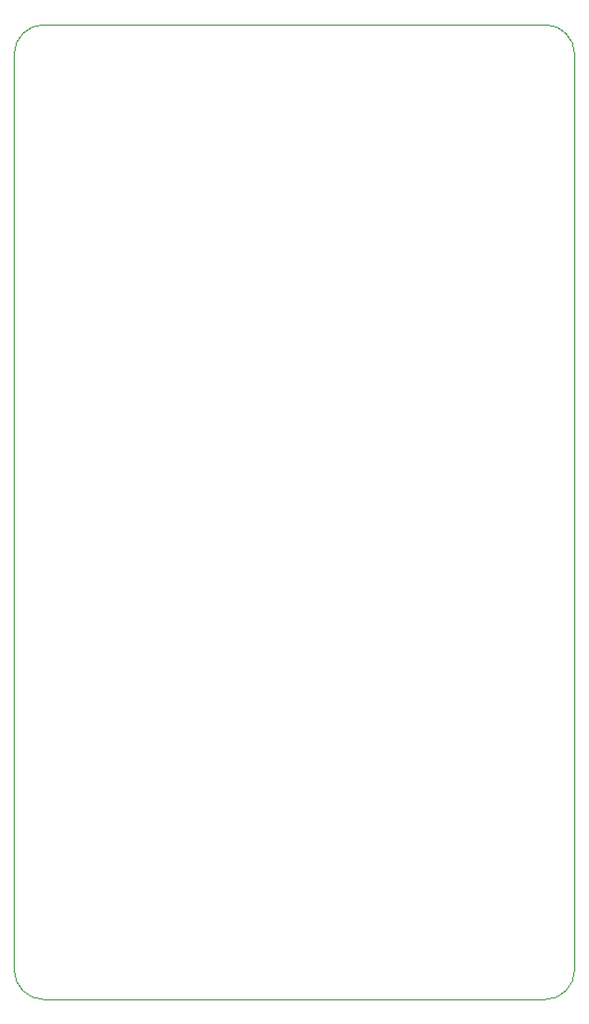
<source format=gm1>
G04 #@! TF.GenerationSoftware,KiCad,Pcbnew,7.0.6*
G04 #@! TF.CreationDate,2023-07-22T12:38:10-04:00*
G04 #@! TF.ProjectId,Double Sided - ESP32-S3-DevKitC-1 Proto Shield,446f7562-6c65-4205-9369-646564202d20,rev?*
G04 #@! TF.SameCoordinates,Original*
G04 #@! TF.FileFunction,Profile,NP*
%FSLAX46Y46*%
G04 Gerber Fmt 4.6, Leading zero omitted, Abs format (unit mm)*
G04 Created by KiCad (PCBNEW 7.0.6) date 2023-07-22 12:38:10*
%MOMM*%
%LPD*%
G01*
G04 APERTURE LIST*
G04 #@! TA.AperFunction,Profile*
%ADD10C,0.025400*%
G04 #@! TD*
G04 APERTURE END LIST*
D10*
X27940000Y-15240000D02*
X71120000Y-15240000D01*
X27940000Y-99060000D02*
X71120000Y-99060000D01*
X71120000Y-99060000D02*
G75*
G03*
X73660000Y-96520000I0J2540000D01*
G01*
X73660000Y-17780000D02*
G75*
G03*
X71120000Y-15240000I-2540000J0D01*
G01*
X25400000Y-96520000D02*
G75*
G03*
X27940000Y-99060000I2540000J0D01*
G01*
X73660000Y-96520000D02*
X73660000Y-17780000D01*
X27940000Y-15240000D02*
G75*
G03*
X25400000Y-17780000I1J-2540001D01*
G01*
X25400000Y-96520000D02*
X25400000Y-17780000D01*
M02*

</source>
